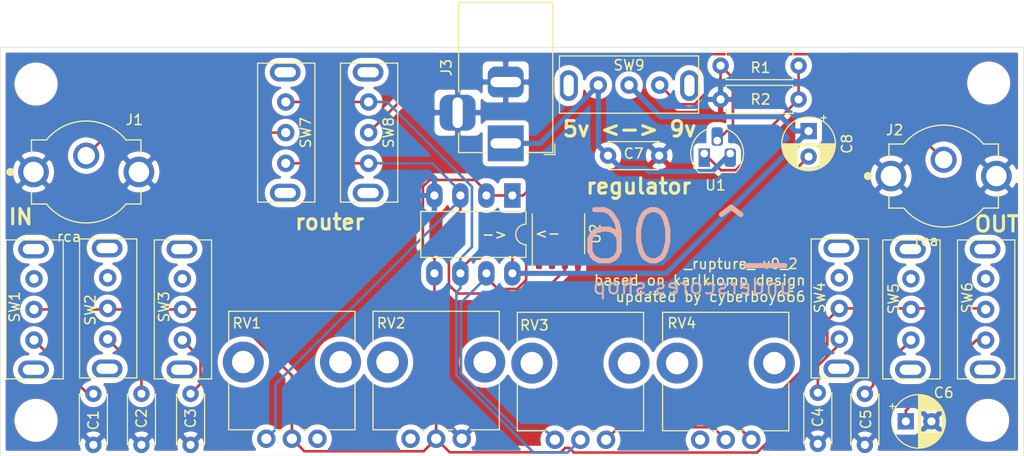
<source format=kicad_pcb>
(kicad_pcb (version 20171130) (host pcbnew "(5.1.4-0-10_14)")
  (layers (0 F.Cu signal) (31 B.Cu signal) (34 B.Paste user) (35 F.Paste user) (36 B.SilkS user) (37 F.SilkS user) (38 B.Mask user) (39 F.Mask user) (44 Edge.Cuts user))
  (net 0 "")
  (net 1 "Net-(C4-Pad2)")
  (net 2 "Net-(C8-Pad2)")
  (net 3 "Net-(J1-Pad1)")
  (net 4 "Net-(RV1-Pad1)")
  (net 5 video_out)
  (net 6 "Net-(RV3-Pad3)")
  (net 7 video_in)
  (net 8 "Net-(SW1-Pad1)")
  (net 9 "Net-(SW2-Pad1)")
  (net 10 "Net-(SW3-Pad1)")
  (net 11 "Net-(SW4-Pad1)")
  (net 12 "Net-(SW5-Pad1)")
  (net 13 "Net-(SW6-Pad1)")
  (net 14 "Net-(C2-Pad1)")
  (net 15 "Net-(C3-Pad1)")
  (net 16 "Net-(C5-Pad1)")
  (net 17 GND)
  (net 18 cap)
  (net 19 "Net-(RV2-Pad3)")
  (net 20 "Net-(C1-Pad1)")
  (net 21 +VDC)
  (net 22 "Net-(R1-Pad2)")
  (net 23 "Net-(R1-Pad1)")
  (net 24 "Net-(RV3-Pad1)")
  (net 25 "Net-(RV4-Pad3)")
  (net 26 "Net-(J2-Pad1)")
  (net 27 "Net-(C6-Pad1)")
  (net 28 "Net-(C7-Pad1)")
  (module lib_fp:spdt_slide_switch_small_tayda (layer F.Cu) (at 128 58.3 270)
    (fp_text reference SW7 (at 0.05 -1.85 90) (layer F.SilkS))
    (fp_text value SPDT)
    (pad "" thru_hole oval (at -5.85 0.15 270) (size 1.8 3) (drill oval 1 2.1) (layers *.Cu *.Mask))
    (pad "" thru_hole oval (at 5.95 0.15 270) (size 1.8 3) (drill oval 1 2.1) (layers *.Cu *.Mask))
    (pad 3 thru_hole circle (at 3.05 0.1 270) (size 1.7 1.7) (drill 0.9) (layers *.Cu *.Mask) (net 7 video_in))
    (pad 2 thru_hole circle (at 0.05 0.1 270) (size 1.7 1.7) (drill 0.9) (layers *.Cu *.Mask) (net 3 "Net-(J1-Pad1)"))
    (pad 1 thru_hole circle (at -2.95 0.1 270) (size 1.7 1.7) (drill 0.9) (layers *.Cu *.Mask) (net 5 video_out))
  )
  (module MountingHole:MountingHole_3.2mm_M3 (layer F.Cu) (at 196.6 53.5)
    (fp_text reference REF** hide)
    (fp_text value MountingHole_3.2mm_M3)
    (pad 1 np_thru_hole circle (at 0 0) (size 3.2 3.2) (drill 3.2) (layers *.Cu *.Mask))
  )
  (module MountingHole:MountingHole_3.2mm_M3 (layer F.Cu) (at 196.5 86.5)
    (fp_text reference REF** hide)
    (fp_text value MountingHole_3.2mm_M3)
    (pad 1 np_thru_hole circle (at 0 0) (size 3.2 3.2) (drill 3.2) (layers *.Cu *.Mask))
  )
  (module MountingHole:MountingHole_3.2mm_M3 (layer F.Cu) (at 103.5 86.5)
    (fp_text reference REF** hide)
    (fp_text value MountingHole_3.2mm_M3)
    (pad 1 np_thru_hole circle (at 0 0) (size 3.2 3.2) (drill 3.2) (layers *.Cu *.Mask))
  )
  (module MountingHole:MountingHole_3.2mm_M3 (layer F.Cu) (at 103.5 53.6)
    (fp_text reference REF** hide)
    (fp_text value MountingHole_3.2mm_M3)
    (pad 1 np_thru_hole circle (at 0 0) (size 3.2 3.2) (drill 3.2) (layers *.Cu *.Mask))
  )
  (module Resistor_THT:R_Axial_DIN0207_L6.3mm_D2.5mm_P7.62mm_Horizontal (layer F.Cu) (at 178.02 55.1 180)
    (fp_text reference R2 (at 3.72 0) (layer F.SilkS))
    (fp_text value 1k)
    (pad 2 thru_hole oval (at 7.62 0 180) (size 1.6 1.6) (drill 0.8) (layers *.Cu *.Mask) (net 17 GND))
    (pad 1 thru_hole circle (at 0 0 180) (size 1.6 1.6) (drill 0.8) (layers *.Cu *.Mask) (net 22 "Net-(R1-Pad2)"))
  )
  (module lib_fp:spdt_slide_switch_small_tayda (layer F.Cu) (at 182.1 75.5 270)
    (fp_text reference SW4 (at -1 2 90) (layer F.SilkS))
    (fp_text value SPDT)
    (pad "" thru_hole oval (at -5.85 0.15 270) (size 1.8 3) (drill oval 1 2.1) (layers *.Cu *.Mask))
    (pad "" thru_hole oval (at 5.95 0.15 270) (size 1.8 3) (drill oval 1 2.1) (layers *.Cu *.Mask))
    (pad 3 thru_hole circle (at 3.05 0.1 270) (size 1.7 1.7) (drill 0.9) (layers *.Cu *.Mask) (net 1 "Net-(C4-Pad2)"))
    (pad 2 thru_hole circle (at 0.05 0.1 270) (size 1.7 1.7) (drill 0.9) (layers *.Cu *.Mask) (net 18 cap))
    (pad 1 thru_hole circle (at -2.95 0.1 270) (size 1.7 1.7) (drill 0.9) (layers *.Cu *.Mask) (net 11 "Net-(SW4-Pad1)"))
  )
  (module lib_fp:spdt_slide_switch_small_tayda (layer F.Cu) (at 117.9 75.6 270)
    (fp_text reference SW3 (at -0.2 1.9 90) (layer F.SilkS))
    (fp_text value SPDT)
    (pad "" thru_hole oval (at -5.85 0.15 270) (size 1.8 3) (drill oval 1 2.1) (layers *.Cu *.Mask))
    (pad "" thru_hole oval (at 5.95 0.15 270) (size 1.8 3) (drill oval 1 2.1) (layers *.Cu *.Mask))
    (pad 3 thru_hole circle (at 3.05 0.1 270) (size 1.7 1.7) (drill 0.9) (layers *.Cu *.Mask) (net 15 "Net-(C3-Pad1)"))
    (pad 2 thru_hole circle (at 0.05 0.1 270) (size 1.7 1.7) (drill 0.9) (layers *.Cu *.Mask) (net 18 cap))
    (pad 1 thru_hole circle (at -2.95 0.1 270) (size 1.7 1.7) (drill 0.9) (layers *.Cu *.Mask) (net 10 "Net-(SW3-Pad1)"))
  )
  (module lib_fp:spdt_slide_switch_small_tayda (layer F.Cu) (at 110.6 75.5 270)
    (fp_text reference SW2 (at 0.2 1.8 90) (layer F.SilkS))
    (fp_text value SPDT)
    (pad "" thru_hole oval (at -5.85 0.15 270) (size 1.8 3) (drill oval 1 2.1) (layers *.Cu *.Mask))
    (pad "" thru_hole oval (at 5.95 0.15 270) (size 1.8 3) (drill oval 1 2.1) (layers *.Cu *.Mask))
    (pad 3 thru_hole circle (at 3.05 0.1 270) (size 1.7 1.7) (drill 0.9) (layers *.Cu *.Mask) (net 14 "Net-(C2-Pad1)"))
    (pad 2 thru_hole circle (at 0.05 0.1 270) (size 1.7 1.7) (drill 0.9) (layers *.Cu *.Mask) (net 18 cap))
    (pad 1 thru_hole circle (at -2.95 0.1 270) (size 1.7 1.7) (drill 0.9) (layers *.Cu *.Mask) (net 9 "Net-(SW2-Pad1)"))
  )
  (module lib_fp:spdt_slide_switch_small_tayda (layer F.Cu) (at 103.4 75.6 270)
    (fp_text reference SW1 (at -0.2 2 90) (layer F.SilkS))
    (fp_text value SPDT)
    (pad "" thru_hole oval (at -5.85 0.15 270) (size 1.8 3) (drill oval 1 2.1) (layers *.Cu *.Mask))
    (pad "" thru_hole oval (at 5.95 0.15 270) (size 1.8 3) (drill oval 1 2.1) (layers *.Cu *.Mask))
    (pad 3 thru_hole circle (at 3.05 0.1 270) (size 1.7 1.7) (drill 0.9) (layers *.Cu *.Mask) (net 20 "Net-(C1-Pad1)"))
    (pad 2 thru_hole circle (at 0.05 0.1 270) (size 1.7 1.7) (drill 0.9) (layers *.Cu *.Mask) (net 18 cap))
    (pad 1 thru_hole circle (at -2.95 0.1 270) (size 1.7 1.7) (drill 0.9) (layers *.Cu *.Mask) (net 8 "Net-(SW1-Pad1)"))
  )
  (module lib_fp:spdt_slide_switch_small_tayda (layer F.Cu) (at 161.4 53.6)
    (fp_text reference SW9 (at 0.05 -1.85) (layer F.SilkS))
    (fp_text value SPDT)
    (pad "" thru_hole oval (at -5.85 0.15) (size 1.8 3) (drill oval 1 2.1) (layers *.Cu *.Mask))
    (pad "" thru_hole oval (at 5.95 0.15) (size 1.8 3) (drill oval 1 2.1) (layers *.Cu *.Mask))
    (pad 3 thru_hole circle (at 3.05 0.1) (size 1.7 1.7) (drill 0.9) (layers *.Cu *.Mask) (net 23 "Net-(R1-Pad1)"))
    (pad 2 thru_hole circle (at 0.05 0.1) (size 1.7 1.7) (drill 0.9) (layers *.Cu *.Mask) (net 21 +VDC))
    (pad 1 thru_hole circle (at -2.95 0.1) (size 1.7 1.7) (drill 0.9) (layers *.Cu *.Mask) (net 28 "Net-(C7-Pad1)"))
  )
  (module Package_TO_SOT_THT:TO-92L_HandSolder (layer F.Cu) (at 168.8 60.4)
    (fp_text reference U1 (at 1.1 3.1) (layer F.SilkS))
    (fp_text value LM317_3PinPackage)
    (pad 1 thru_hole rect (at 0 0) (size 1.1 1.8) (drill 0.75 (offset 0 0.4)) (layers *.Cu *.Mask) (net 22 "Net-(R1-Pad2)"))
    (pad 3 thru_hole roundrect (at 2.54 0) (size 1.1 1.8) (drill 0.75 (offset 0 0.4)) (layers *.Cu *.Mask) (net 28 "Net-(C7-Pad1)"))
    (pad 2 thru_hole roundrect (at 1.27 -1.27) (size 1.1 1.8) (drill 0.75 (offset 0 -0.4)) (layers *.Cu *.Mask) (net 23 "Net-(R1-Pad1)"))
  )
  (module lib_fp:pot_vertical_9mm (layer F.Cu) (at 159.2 88.4 90)
    (fp_text reference RV3 (at 11.2 -7 180) (layer F.SilkS))
    (fp_text value 1k_pot)
    (pad "" np_thru_hole circle (at 7.5 2.25 90) (size 4 4) (drill 2.2) (layers *.Cu *.Mask))
    (pad "" np_thru_hole circle (at 7.5 -7.25 90) (size 4 4) (drill 2.2) (layers *.Cu *.Mask))
    (pad 1 thru_hole circle (at 0 0 90) (size 1.8 1.8) (drill 1) (layers *.Cu *.Mask) (net 24 "Net-(RV3-Pad1)"))
    (pad 2 thru_hole circle (at 0 -2.5 90) (size 1.8 1.8) (drill 1) (layers *.Cu *.Mask) (net 5 video_out))
    (pad 3 thru_hole circle (at 0 -5 90) (size 1.8 1.8) (drill 1) (layers *.Cu *.Mask) (net 6 "Net-(RV3-Pad3)"))
  )
  (module lib_fp:pot_vertical_9mm (layer F.Cu) (at 173.4 88.4 90)
    (fp_text reference RV4 (at 11.4 -6.8 180) (layer F.SilkS))
    (fp_text value 1k_pot)
    (pad "" np_thru_hole circle (at 7.5 2.25 90) (size 4 4) (drill 2.2) (layers *.Cu *.Mask))
    (pad "" np_thru_hole circle (at 7.5 -7.25 90) (size 4 4) (drill 2.2) (layers *.Cu *.Mask))
    (pad 1 thru_hole circle (at 0 0 90) (size 1.8 1.8) (drill 1) (layers *.Cu *.Mask) (net 2 "Net-(C8-Pad2)"))
    (pad 2 thru_hole circle (at 0 -2.5 90) (size 1.8 1.8) (drill 1) (layers *.Cu *.Mask) (net 24 "Net-(RV3-Pad1)"))
    (pad 3 thru_hole circle (at 0 -5 90) (size 1.8 1.8) (drill 1) (layers *.Cu *.Mask) (net 25 "Net-(RV4-Pad3)"))
  )
  (module lib_fp:pot_vertical_9mm (layer F.Cu) (at 131 88.3 90)
    (fp_text reference RV1 (at 11.3 -6.9 180) (layer F.SilkS))
    (fp_text value 1k_pot)
    (pad "" np_thru_hole circle (at 7.5 2.25 90) (size 4 4) (drill 2.2) (layers *.Cu *.Mask))
    (pad "" np_thru_hole circle (at 7.5 -7.25 90) (size 4 4) (drill 2.2) (layers *.Cu *.Mask))
    (pad 1 thru_hole circle (at 0 0 90) (size 1.8 1.8) (drill 1) (layers *.Cu *.Mask) (net 4 "Net-(RV1-Pad1)"))
    (pad 2 thru_hole circle (at 0 -2.5 90) (size 1.8 1.8) (drill 1) (layers *.Cu *.Mask) (net 18 cap))
    (pad 3 thru_hole circle (at 0 -5 90) (size 1.8 1.8) (drill 1) (layers *.Cu *.Mask) (net 7 video_in))
  )
  (module lib_fp:pot_vertical_9mm (layer F.Cu) (at 145.1 88.3 90)
    (fp_text reference RV2 (at 11.3 -6.9 180) (layer F.SilkS))
    (fp_text value 1k_pot)
    (pad "" np_thru_hole circle (at 7.5 2.25 90) (size 4 4) (drill 2.2) (layers *.Cu *.Mask))
    (pad "" np_thru_hole circle (at 7.5 -7.25 90) (size 4 4) (drill 2.2) (layers *.Cu *.Mask))
    (pad 1 thru_hole circle (at 0 0 90) (size 1.8 1.8) (drill 1) (layers *.Cu *.Mask) (net 17 GND))
    (pad 2 thru_hole circle (at 0 -2.5 90) (size 1.8 1.8) (drill 1) (layers *.Cu *.Mask) (net 18 cap))
    (pad 3 thru_hole circle (at 0 -5 90) (size 1.8 1.8) (drill 1) (layers *.Cu *.Mask) (net 19 "Net-(RV2-Pad3)"))
  )
  (module Capacitor_THT:CP_Radial_D5.0mm_P2.50mm (layer F.Cu) (at 179 58.2 270)
    (fp_text reference C8 (at 1.25 -3.75 90) (layer F.SilkS))
    (fp_text value 2.2uf)
    (pad 2 thru_hole circle (at 2.5 0 270) (size 1.6 1.6) (drill 0.8) (layers *.Cu *.Mask) (net 2 "Net-(C8-Pad2)"))
    (pad 1 thru_hole rect (at 0 0 270) (size 1.6 1.6) (drill 0.8) (layers *.Cu *.Mask) (net 21 +VDC))
  )
  (module Capacitor_THT:C_Disc_D4.7mm_W2.5mm_P5.00mm (layer F.Cu) (at 179.9 88.8 90)
    (fp_text reference C4 (at 2.6 0 90) (layer F.SilkS))
    (fp_text value 0.68u)
    (pad 2 thru_hole circle (at 5 0 90) (size 1.6 1.6) (drill 0.8) (layers *.Cu *.Mask) (net 1 "Net-(C4-Pad2)"))
    (pad 1 thru_hole circle (at 0 0 90) (size 1.6 1.6) (drill 0.8) (layers *.Cu *.Mask) (net 17 GND))
  )
  (module Capacitor_THT:C_Disc_D4.7mm_W2.5mm_P5.00mm (layer F.Cu) (at 118.6 83.9 270)
    (fp_text reference C3 (at 2.4 0 90) (layer F.SilkS))
    (fp_text value 0.1uf)
    (pad 1 thru_hole circle (at 0 0 270) (size 1.6 1.6) (drill 0.8) (layers *.Cu *.Mask) (net 15 "Net-(C3-Pad1)"))
    (pad 2 thru_hole circle (at 5 0 270) (size 1.6 1.6) (drill 0.8) (layers *.Cu *.Mask) (net 17 GND))
  )
  (module lib_fp:tht_rca_vertical (layer F.Cu) (at 192.2 62.6)
    (fp_text reference J2 (at -4.8 -4.5) (layer F.SilkS) (effects (font (size 1.00143 1.00143))))
    (fp_text value rca (at -1.67672 6.32154) (layer F.SilkS) (effects (font (size 1.00104 1.00104))))
    (pad 2 thru_hole circle (at -5.15 0) (size 3 3) (drill 2) (layers *.Cu *.Mask) (net 17 GND))
    (pad 2 thru_hole circle (at 5.15 0) (size 3 3) (drill 2) (layers *.Cu *.Mask) (net 17 GND))
    (pad 1 thru_hole circle (at 0 -1.6) (size 2.55 2.55) (drill 1.7) (layers *.Cu *.Mask) (net 26 "Net-(J2-Pad1)"))
  )
  (module Connector_BarrelJack:BarrelJack_Horizontal (layer F.Cu) (at 149.4 59.4 270)
    (fp_text reference J3 (at -7.4 5.8 90) (layer F.SilkS))
    (fp_text value Barrel_Jack_Switch)
    (pad 1 thru_hole rect (at 0 0 270) (size 3.5 3.5) (drill oval 1 3) (layers *.Cu *.Mask) (net 28 "Net-(C7-Pad1)"))
    (pad 2 thru_hole roundrect (at -6 0 270) (size 3 3.5) (drill oval 1 3) (layers *.Cu *.Mask) (net 17 GND))
    (pad 3 thru_hole roundrect (at -3 4.7 270) (size 3.5 3.5) (drill oval 3 1) (layers *.Cu *.Mask) (net 17 GND))
  )
  (module lib_fp:tht_rca_vertical (layer F.Cu) (at 108.4 62.2)
    (fp_text reference J1 (at 4.7 -5.1) (layer F.SilkS) (effects (font (size 1.00143 1.00143))))
    (fp_text value rca (at -1.67672 6.32154) (layer F.SilkS) (effects (font (size 1.00104 1.00104))))
    (pad 1 thru_hole circle (at 0 -1.6) (size 2.55 2.55) (drill 1.7) (layers *.Cu *.Mask) (net 3 "Net-(J1-Pad1)"))
    (pad 2 thru_hole circle (at 5.15 0) (size 3 3) (drill 2) (layers *.Cu *.Mask) (net 17 GND))
    (pad 2 thru_hole circle (at -5.15 0) (size 3 3) (drill 2) (layers *.Cu *.Mask) (net 17 GND))
  )
  (module Capacitor_THT:C_Disc_D4.7mm_W2.5mm_P5.00mm (layer F.Cu) (at 159.4 60.6)
    (fp_text reference C7 (at 2.5 -0.2) (layer F.SilkS))
    (fp_text value 0.47u)
    (pad 1 thru_hole circle (at 0 0) (size 1.6 1.6) (drill 0.8) (layers *.Cu *.Mask) (net 28 "Net-(C7-Pad1)"))
    (pad 2 thru_hole circle (at 5 0) (size 1.6 1.6) (drill 0.8) (layers *.Cu *.Mask) (net 17 GND))
  )
  (module Resistor_THT:R_Axial_DIN0207_L6.3mm_D2.5mm_P7.62mm_Horizontal (layer F.Cu) (at 170.4 51.8)
    (fp_text reference R1 (at 3.9 0.2) (layer F.SilkS))
    (fp_text value 220)
    (pad 1 thru_hole circle (at 0 0) (size 1.6 1.6) (drill 0.8) (layers *.Cu *.Mask) (net 23 "Net-(R1-Pad1)"))
    (pad 2 thru_hole oval (at 7.62 0) (size 1.6 1.6) (drill 0.8) (layers *.Cu *.Mask) (net 22 "Net-(R1-Pad2)"))
  )
  (module Capacitor_THT:C_Disc_D4.7mm_W2.5mm_P5.00mm (layer F.Cu) (at 109.1 83.9 270)
    (fp_text reference C1 (at 2.6 0 90) (layer F.SilkS))
    (fp_text value 0.01uf)
    (pad 1 thru_hole circle (at 0 0 270) (size 1.6 1.6) (drill 0.8) (layers *.Cu *.Mask) (net 20 "Net-(C1-Pad1)"))
    (pad 2 thru_hole circle (at 5 0 270) (size 1.6 1.6) (drill 0.8) (layers *.Cu *.Mask) (net 17 GND))
  )
  (module Capacitor_THT:C_Disc_D4.7mm_W2.5mm_P5.00mm (layer F.Cu) (at 113.8 83.9 270)
    (fp_text reference C2 (at 2.4 0 90) (layer F.SilkS))
    (fp_text value 0.047uf)
    (pad 2 thru_hole circle (at 5 0 270) (size 1.6 1.6) (drill 0.8) (layers *.Cu *.Mask) (net 17 GND))
    (pad 1 thru_hole circle (at 0 0 270) (size 1.6 1.6) (drill 0.8) (layers *.Cu *.Mask) (net 14 "Net-(C2-Pad1)"))
  )
  (module lib_fp:spdt_slide_switch_small_tayda (layer F.Cu) (at 136.1 58.3 270)
    (fp_text reference SW8 (at 0.05 -1.85 90) (layer F.SilkS))
    (fp_text value SPDT)
    (pad 1 thru_hole circle (at -2.95 0.1 270) (size 1.7 1.7) (drill 0.9) (layers *.Cu *.Mask) (net 5 video_out))
    (pad 2 thru_hole circle (at 0.05 0.1 270) (size 1.7 1.7) (drill 0.9) (layers *.Cu *.Mask) (net 26 "Net-(J2-Pad1)"))
    (pad 3 thru_hole circle (at 3.05 0.1 270) (size 1.7 1.7) (drill 0.9) (layers *.Cu *.Mask) (net 7 video_in))
    (pad "" thru_hole oval (at 5.95 0.15 270) (size 1.8 3) (drill oval 1 2.1) (layers *.Cu *.Mask))
    (pad "" thru_hole oval (at -5.85 0.15 270) (size 1.8 3) (drill oval 1 2.1) (layers *.Cu *.Mask))
  )
  (module Capacitor_THT:C_Disc_D4.7mm_W2.5mm_P5.00mm (layer F.Cu) (at 184.5 83.9 270)
    (fp_text reference C5 (at 2.5 -0.1 90) (layer F.SilkS))
    (fp_text value 1uf)
    (pad 1 thru_hole circle (at 0 0 270) (size 1.6 1.6) (drill 0.8) (layers *.Cu *.Mask) (net 16 "Net-(C5-Pad1)"))
    (pad 2 thru_hole circle (at 5 0 270) (size 1.6 1.6) (drill 0.8) (layers *.Cu *.Mask) (net 17 GND))
  )
  (module Capacitor_THT:CP_Radial_D5.0mm_P2.50mm (layer F.Cu) (at 188.5 86.6)
    (fp_text reference C6 (at 3.7 -2.8) (layer F.SilkS))
    (fp_text value 100uf)
    (pad 1 thru_hole rect (at 0 0) (size 1.6 1.6) (drill 0.8) (layers *.Cu *.Mask) (net 27 "Net-(C6-Pad1)"))
    (pad 2 thru_hole circle (at 2.5 0) (size 1.6 1.6) (drill 0.8) (layers *.Cu *.Mask) (net 17 GND))
  )
  (module lib_fp:spdt_slide_switch_small_tayda (layer F.Cu) (at 189.1 75.6 270)
    (fp_text reference SW5 (at -1 1.8 90) (layer F.SilkS))
    (fp_text value SPDT)
    (pad 1 thru_hole circle (at -2.95 0.1 270) (size 1.7 1.7) (drill 0.9) (layers *.Cu *.Mask) (net 12 "Net-(SW5-Pad1)"))
    (pad 2 thru_hole circle (at 0.05 0.1 270) (size 1.7 1.7) (drill 0.9) (layers *.Cu *.Mask) (net 18 cap))
    (pad 3 thru_hole circle (at 3.05 0.1 270) (size 1.7 1.7) (drill 0.9) (layers *.Cu *.Mask) (net 16 "Net-(C5-Pad1)"))
    (pad "" thru_hole oval (at 5.95 0.15 270) (size 1.8 3) (drill oval 1 2.1) (layers *.Cu *.Mask))
    (pad "" thru_hole oval (at -5.85 0.15 270) (size 1.8 3) (drill oval 1 2.1) (layers *.Cu *.Mask))
  )
  (module lib_fp:spdt_slide_switch_small_tayda (layer F.Cu) (at 196.4 75.6 270)
    (fp_text reference SW6 (at -1.1 1.9 90) (layer F.SilkS))
    (fp_text value SPDT)
    (pad "" thru_hole oval (at -5.85 0.15 270) (size 1.8 3) (drill oval 1 2.1) (layers *.Cu *.Mask))
    (pad "" thru_hole oval (at 5.95 0.15 270) (size 1.8 3) (drill oval 1 2.1) (layers *.Cu *.Mask))
    (pad 3 thru_hole circle (at 3.05 0.1 270) (size 1.7 1.7) (drill 0.9) (layers *.Cu *.Mask) (net 27 "Net-(C6-Pad1)"))
    (pad 2 thru_hole circle (at 0.05 0.1 270) (size 1.7 1.7) (drill 0.9) (layers *.Cu *.Mask) (net 18 cap))
    (pad 1 thru_hole circle (at -2.95 0.1 270) (size 1.7 1.7) (drill 0.9) (layers *.Cu *.Mask) (net 13 "Net-(SW6-Pad1)"))
  )
  (module lib_fp:DIP-SOIC-8 (layer F.Cu) (at 156.2 68.2 270)
    (fp_text reference U2 (at 0.05 -1.95 90) (layer F.SilkS))
    (fp_text value AD8072)
    (pad 1 thru_hole rect (at -3.7 6.15 270) (size 2.4 1.6) (drill 0.8) (layers *.Cu *.Mask) (net 18 cap))
    (pad 5 thru_hole oval (at 3.92 13.77 270) (size 2.4 1.6) (drill 0.8) (layers *.Cu *.Mask) (net 18 cap))
    (pad 2 thru_hole oval (at -3.7 8.69 270) (size 2.4 1.6) (drill 0.8) (layers *.Cu *.Mask) (net 18 cap))
    (pad 6 thru_hole oval (at 3.92 11.23 270) (size 2.4 1.6) (drill 0.8) (layers *.Cu *.Mask) (net 5 video_out))
    (pad 3 thru_hole oval (at -3.7 11.23 270) (size 2.4 1.6) (drill 0.8) (layers *.Cu *.Mask) (net 7 video_in))
    (pad 7 thru_hole oval (at 3.92 8.69 270) (size 2.4 1.6) (drill 0.8) (layers *.Cu *.Mask) (net 6 "Net-(RV3-Pad3)"))
    (pad 4 thru_hole oval (at -3.7 13.77 270) (size 2.4 1.6) (drill 0.8) (layers *.Cu *.Mask) (net 17 GND))
    (pad 8 thru_hole oval (at 3.92 6.15 270) (size 2.4 1.6) (drill 0.8) (layers *.Cu *.Mask) (net 21 +VDC))
    (pad 1 smd roundrect (at 2.525 3.555 90) (size 1.95 0.6) (layers F.Cu F.Paste F.Mask) (net 18 cap))
    (pad 2 smd roundrect (at 2.525 2.285 90) (size 1.95 0.6) (layers F.Cu F.Paste F.Mask) (net 18 cap))
    (pad 3 smd roundrect (at 2.525 1.015 90) (size 1.95 0.6) (layers F.Cu F.Paste F.Mask) (net 7 video_in))
    (pad 4 smd roundrect (at 2.525 -0.255 90) (size 1.95 0.6) (layers F.Cu F.Paste F.Mask) (net 17 GND))
    (pad 5 smd roundrect (at -2.425 -0.255 90) (size 1.95 0.6) (layers F.Cu F.Paste F.Mask) (net 18 cap))
    (pad 6 smd roundrect (at -2.425 1.015 90) (size 1.95 0.6) (layers F.Cu F.Paste F.Mask) (net 5 video_out))
    (pad 7 smd roundrect (at -2.425 2.285 90) (size 1.95 0.6) (layers F.Cu F.Paste F.Mask) (net 6 "Net-(RV3-Pad3)"))
    (pad 8 smd roundrect (at -2.425 3.555 90) (size 1.95 0.6) (layers F.Cu F.Paste F.Mask) (net 21 +VDC))
  )
  (gr_text <- (at 153.5 68.2) (layer F.SilkS) (effects (font (size 1 1))))
  (gr_text -> (at 148.3 68.3) (layer F.SilkS) (effects (font (size 1 1))))
  (gr_text router (at 132.2 67.1) (layer F.SilkS) (effects (font (size 1.5 1.5) (thickness 0.3))))
  (gr_text regulator (at 162.4 63.6) (layer F.SilkS) (effects (font (size 1.5 1.5) (thickness 0.3))))
  (gr_text OUT (at 197.4 67.3) (layer F.SilkS) (effects (font (size 1.5 1.5) (thickness 0.3))))
  (gr_text IN (at 102 66.6) (layer F.SilkS) (effects (font (size 1.5 1.5) (thickness 0.3))))
  (gr_text "_^ 06" (at 177 68.6) (layer B.SilkS) (effects (font (size 5 5) (thickness 0.5)) (justify left mirror)))
  (gr_text underscores.shop (at 177.6 73.4) (layer B.SilkS) (effects (font (size 1.5 1.5) (thickness 0.2)) (justify left mirror)))
  (gr_text "5v <-> 9v" (at 161.5 58) (layer F.SilkS) (effects (font (size 1.5 1.5) (thickness 0.3))))
  (gr_text "_rupture_ v0_2 \nbased on karlklomp design\nupdated by cyberboy666" (at 178.8 72.8) (layer F.SilkS) (effects (font (size 1 1)) (justify right)))
  (gr_line (start 100 90) (end 100 50) (layer Edge.Cuts) (width 0.05))
  (gr_line (start 200 90) (end 100 90) (layer Edge.Cuts) (width 0.05))
  (gr_line (start 200 50) (end 200 90) (layer Edge.Cuts) (width 0.05))
  (gr_line (start 100 50) (end 200 50) (layer Edge.Cuts) (width 0.05))
  (segment (start 182 79.067575) (end 182 78.55) (width 0.25) (layer F.Cu) (net 1))
  (segment (start 179.9 81.167575) (end 182 79.067575) (width 0.25) (layer F.Cu) (net 1))
  (segment (start 179.9 83.8) (end 179.9 81.167575) (width 0.25) (layer F.Cu) (net 1))
  (segment (start 178.200001 61.499999) (end 179 60.7) (width 0.25) (layer F.Cu) (net 2))
  (segment (start 172.4 67.3) (end 178.200001 61.499999) (width 0.25) (layer F.Cu) (net 2))
  (segment (start 172.4 87.4) (end 172.4 67.3) (width 0.25) (layer F.Cu) (net 2))
  (segment (start 173.4 88.4) (end 172.4 87.4) (width 0.25) (layer F.Cu) (net 2))
  (segment (start 110.65 58.35) (end 127.9 58.35) (width 0.25) (layer F.Cu) (net 3))
  (segment (start 108.4 60.6) (end 110.65 58.35) (width 0.25) (layer F.Cu) (net 3))
  (segment (start 127.9 55.35) (end 136 55.35) (width 0.25) (layer F.Cu) (net 5))
  (segment (start 155.185 64.7) (end 155.185 65.775) (width 0.25) (layer F.Cu) (net 5))
  (segment (start 152.298242 64.47499) (end 154.95999 64.47499) (width 0.25) (layer F.Cu) (net 5))
  (segment (start 146.83 70.67) (end 152.01999 65.48001) (width 0.25) (layer F.Cu) (net 5))
  (segment (start 152.01999 64.753242) (end 152.298242 64.47499) (width 0.25) (layer F.Cu) (net 5))
  (segment (start 146.02 70.67) (end 146.83 70.67) (width 0.25) (layer F.Cu) (net 5))
  (segment (start 154.95999 64.47499) (end 155.185 64.7) (width 0.25) (layer F.Cu) (net 5))
  (segment (start 152.01999 65.48001) (end 152.01999 64.753242) (width 0.25) (layer F.Cu) (net 5))
  (segment (start 144.97 71.72) (end 146.02 70.67) (width 0.25) (layer F.Cu) (net 5))
  (segment (start 144.97 72.12) (end 144.97 71.72) (width 0.25) (layer F.Cu) (net 5))
  (segment (start 144.97 73.57) (end 144.97 72.12) (width 0.25) (layer B.Cu) (net 5))
  (segment (start 144.574989 73.965011) (end 144.97 73.57) (width 0.25) (layer B.Cu) (net 5))
  (segment (start 144.574989 82.102401) (end 144.574989 73.965011) (width 0.25) (layer B.Cu) (net 5))
  (segment (start 152.122578 89.64999) (end 144.574989 82.102401) (width 0.25) (layer B.Cu) (net 5))
  (segment (start 155.45001 89.64999) (end 152.122578 89.64999) (width 0.25) (layer B.Cu) (net 5))
  (segment (start 156.7 88.4) (end 155.45001 89.64999) (width 0.25) (layer B.Cu) (net 5))
  (segment (start 137.202081 55.35) (end 136 55.35) (width 0.25) (layer B.Cu) (net 5))
  (segment (start 146.09501 63.634006) (end 137.811004 55.35) (width 0.25) (layer B.Cu) (net 5))
  (segment (start 146.09501 69.54499) (end 146.09501 63.634006) (width 0.25) (layer B.Cu) (net 5))
  (segment (start 144.97 70.67) (end 146.09501 69.54499) (width 0.25) (layer B.Cu) (net 5))
  (segment (start 137.811004 55.35) (end 137.202081 55.35) (width 0.25) (layer B.Cu) (net 5))
  (segment (start 144.97 72.12) (end 144.97 70.67) (width 0.25) (layer B.Cu) (net 5))
  (segment (start 153.54429 66.14571) (end 153.54429 68.178942) (width 0.25) (layer F.Cu) (net 6))
  (segment (start 153.54429 68.178942) (end 151.4 70.323232) (width 0.25) (layer F.Cu) (net 6))
  (segment (start 153.915 65.775) (end 153.54429 66.14571) (width 0.25) (layer F.Cu) (net 6))
  (segment (start 151.4 70.323232) (end 151.4 72.761004) (width 0.25) (layer F.Cu) (net 6))
  (segment (start 148.63501 73.64501) (end 147.51 72.52) (width 0.25) (layer F.Cu) (net 6))
  (segment (start 147.51 72.52) (end 147.51 72.12) (width 0.25) (layer F.Cu) (net 6))
  (segment (start 150.515994 73.64501) (end 148.63501 73.64501) (width 0.25) (layer F.Cu) (net 6))
  (segment (start 151.4 72.761004) (end 150.515994 73.64501) (width 0.25) (layer F.Cu) (net 6))
  (segment (start 147.51 72.52) (end 147.51 72.12) (width 0.25) (layer B.Cu) (net 6))
  (segment (start 145.024999 81.916001) (end 145.024999 75.005001) (width 0.25) (layer B.Cu) (net 6))
  (segment (start 150.608999 87.500001) (end 145.024999 81.916001) (width 0.25) (layer B.Cu) (net 6))
  (segment (start 153.300001 87.500001) (end 150.608999 87.500001) (width 0.25) (layer B.Cu) (net 6))
  (segment (start 145.024999 75.005001) (end 147.51 72.52) (width 0.25) (layer B.Cu) (net 6))
  (segment (start 154.2 88.4) (end 153.300001 87.500001) (width 0.25) (layer B.Cu) (net 6))
  (segment (start 127.9 61.35) (end 136 61.35) (width 0.25) (layer F.Cu) (net 7))
  (segment (start 144.97 65.95) (end 144.97 64.5) (width 0.25) (layer F.Cu) (net 7))
  (segment (start 144.695019 74.095019) (end 143.84499 73.24499) (width 0.25) (layer F.Cu) (net 7))
  (segment (start 143.84499 73.24499) (end 143.84499 67.07501) (width 0.25) (layer F.Cu) (net 7))
  (segment (start 152.88998 74.095019) (end 144.695019 74.095019) (width 0.25) (layer F.Cu) (net 7))
  (segment (start 155.185 71.8) (end 152.88998 74.095019) (width 0.25) (layer F.Cu) (net 7))
  (segment (start 143.84499 67.07501) (end 144.97 65.95) (width 0.25) (layer F.Cu) (net 7))
  (segment (start 155.185 70.725) (end 155.185 71.8) (width 0.25) (layer F.Cu) (net 7))
  (segment (start 126.899999 82.970001) (end 144.97 64.9) (width 0.25) (layer B.Cu) (net 7))
  (segment (start 126.899999 87.400001) (end 126.899999 82.970001) (width 0.25) (layer B.Cu) (net 7))
  (segment (start 144.97 64.9) (end 144.97 64.5) (width 0.25) (layer B.Cu) (net 7))
  (segment (start 126 88.3) (end 126.899999 87.400001) (width 0.25) (layer B.Cu) (net 7))
  (segment (start 137.202081 61.35) (end 136 61.35) (width 0.25) (layer B.Cu) (net 7))
  (segment (start 142.22 61.35) (end 137.202081 61.35) (width 0.25) (layer B.Cu) (net 7))
  (segment (start 144.97 64.1) (end 142.22 61.35) (width 0.25) (layer B.Cu) (net 7))
  (segment (start 144.97 64.5) (end 144.97 64.1) (width 0.25) (layer B.Cu) (net 7))
  (segment (start 113.8 81.85) (end 113.8 83.9) (width 0.25) (layer F.Cu) (net 14))
  (segment (start 110.5 78.55) (end 113.8 81.85) (width 0.25) (layer F.Cu) (net 14))
  (segment (start 119.57501 82.92499) (end 119.399999 83.100001) (width 0.25) (layer F.Cu) (net 15))
  (segment (start 119.57501 80.42501) (end 119.57501 82.92499) (width 0.25) (layer F.Cu) (net 15))
  (segment (start 119.399999 83.100001) (end 118.6 83.9) (width 0.25) (layer F.Cu) (net 15))
  (segment (start 117.8 78.65) (end 119.57501 80.42501) (width 0.25) (layer F.Cu) (net 15))
  (segment (start 188.150001 79.499999) (end 189 78.65) (width 0.25) (layer F.Cu) (net 16))
  (segment (start 185.299999 82.350001) (end 188.150001 79.499999) (width 0.25) (layer F.Cu) (net 16))
  (segment (start 185.299999 83.100001) (end 185.299999 82.350001) (width 0.25) (layer F.Cu) (net 16))
  (segment (start 184.5 83.9) (end 185.299999 83.100001) (width 0.25) (layer F.Cu) (net 16))
  (segment (start 141.700001 89.199999) (end 142.6 88.3) (width 0.25) (layer F.Cu) (net 18))
  (segment (start 129.725001 89.525001) (end 141.374999 89.525001) (width 0.25) (layer F.Cu) (net 18))
  (segment (start 141.374999 89.525001) (end 141.700001 89.199999) (width 0.25) (layer F.Cu) (net 18))
  (segment (start 128.5 88.3) (end 129.725001 89.525001) (width 0.25) (layer F.Cu) (net 18))
  (segment (start 156.04999 89.64999) (end 173.963012 89.64999) (width 0.25) (layer F.Cu) (net 18))
  (segment (start 143.925001 89.625001) (end 154.788001 89.625001) (width 0.25) (layer F.Cu) (net 18))
  (segment (start 155.6 89.2) (end 156.04999 89.64999) (width 0.25) (layer F.Cu) (net 18))
  (segment (start 155.213002 89.2) (end 155.6 89.2) (width 0.25) (layer F.Cu) (net 18))
  (segment (start 154.788001 89.625001) (end 155.213002 89.2) (width 0.25) (layer F.Cu) (net 18))
  (segment (start 142.6 88.3) (end 143.925001 89.625001) (width 0.25) (layer F.Cu) (net 18))
  (segment (start 128.5 88.3) (end 128.5 82.108998) (width 0.25) (layer F.Cu) (net 18))
  (segment (start 122.041002 75.65) (end 117.8 75.65) (width 0.25) (layer F.Cu) (net 18))
  (segment (start 128.5 82.108998) (end 122.041002 75.65) (width 0.25) (layer F.Cu) (net 18))
  (segment (start 110.6 75.65) (end 110.5 75.55) (width 0.25) (layer F.Cu) (net 18))
  (segment (start 117.8 75.65) (end 110.6 75.65) (width 0.25) (layer F.Cu) (net 18))
  (segment (start 110.4 75.65) (end 110.5 75.55) (width 0.25) (layer F.Cu) (net 18))
  (segment (start 103.3 75.65) (end 110.4 75.65) (width 0.25) (layer F.Cu) (net 18))
  (segment (start 181.150001 76.399999) (end 182 75.55) (width 0.25) (layer F.Cu) (net 18))
  (segment (start 180.824999 76.725001) (end 181.150001 76.399999) (width 0.25) (layer F.Cu) (net 18))
  (segment (start 176.2 83.739) (end 180.824999 79.114001) (width 0.25) (layer F.Cu) (net 18))
  (segment (start 180.824999 79.114001) (end 180.824999 76.725001) (width 0.25) (layer F.Cu) (net 18))
  (segment (start 176.2 87.413002) (end 176.2 83.739) (width 0.25) (layer F.Cu) (net 18))
  (segment (start 173.963012 89.64999) (end 176.2 87.413002) (width 0.25) (layer F.Cu) (net 18))
  (segment (start 183.202081 75.55) (end 189.2 75.55) (width 0.25) (layer F.Cu) (net 18))
  (segment (start 182 75.55) (end 183.202081 75.55) (width 0.25) (layer F.Cu) (net 18))
  (segment (start 189.2 75.55) (end 196.5 75.55) (width 0.25) (layer F.Cu) (net 18))
  (segment (start 150.05 64.5) (end 147.51 64.5) (width 0.25) (layer F.Cu) (net 18))
  (segment (start 152.645 70.725) (end 153.915 70.725) (width 0.25) (layer F.Cu) (net 18))
  (segment (start 154.28571 69.01929) (end 156.455 66.85) (width 0.25) (layer F.Cu) (net 18))
  (segment (start 156.455 66.85) (end 156.455 65.775) (width 0.25) (layer F.Cu) (net 18))
  (segment (start 154.28571 70.35429) (end 154.28571 69.01929) (width 0.25) (layer F.Cu) (net 18))
  (segment (start 153.915 70.725) (end 154.28571 70.35429) (width 0.25) (layer F.Cu) (net 18))
  (segment (start 155.779981 64.024981) (end 156.455 64.7) (width 0.25) (layer F.Cu) (net 18))
  (segment (start 156.455 64.7) (end 156.455 65.775) (width 0.25) (layer F.Cu) (net 18))
  (segment (start 151.1 64.5) (end 151.575019 64.024981) (width 0.25) (layer F.Cu) (net 18))
  (segment (start 151.575019 64.024981) (end 155.779981 64.024981) (width 0.25) (layer F.Cu) (net 18))
  (segment (start 150.05 64.5) (end 151.1 64.5) (width 0.25) (layer F.Cu) (net 18))
  (segment (start 141.30499 69.54499) (end 142.43 70.67) (width 0.25) (layer F.Cu) (net 18))
  (segment (start 141.30499 63.634006) (end 141.30499 69.54499) (width 0.25) (layer F.Cu) (net 18))
  (segment (start 142.43 70.67) (end 142.43 72.12) (width 0.25) (layer F.Cu) (net 18))
  (segment (start 141.964006 62.97499) (end 141.30499 63.634006) (width 0.25) (layer F.Cu) (net 18))
  (segment (start 146.38499 62.97499) (end 141.964006 62.97499) (width 0.25) (layer F.Cu) (net 18))
  (segment (start 147.51 64.1) (end 146.38499 62.97499) (width 0.25) (layer F.Cu) (net 18))
  (segment (start 147.51 64.5) (end 147.51 64.1) (width 0.25) (layer F.Cu) (net 18))
  (segment (start 142.6 81.39) (end 142.43 81.22) (width 0.25) (layer F.Cu) (net 18))
  (segment (start 142.43 81.22) (end 142.43 72.12) (width 0.25) (layer F.Cu) (net 18))
  (segment (start 142.6 88.3) (end 142.6 81.39) (width 0.25) (layer F.Cu) (net 18))
  (segment (start 108.55 83.9) (end 109.1 83.9) (width 0.25) (layer F.Cu) (net 20))
  (segment (start 103.3 78.65) (end 108.55 83.9) (width 0.25) (layer F.Cu) (net 20))
  (segment (start 178.88 58.2) (end 179 58.2) (width 0.5) (layer B.Cu) (net 21))
  (segment (start 177.7 58.2) (end 179 58.2) (width 0.5) (layer B.Cu) (net 21))
  (segment (start 161.45 53.7) (end 164.55 56.8) (width 0.5) (layer B.Cu) (net 21))
  (segment (start 164.55 56.8) (end 176.3 56.8) (width 0.5) (layer B.Cu) (net 21))
  (segment (start 176.3 56.8) (end 177.7 58.2) (width 0.5) (layer B.Cu) (net 21))
  (segment (start 150.05 68.37) (end 150.05 72.12) (width 0.25) (layer F.Cu) (net 21))
  (segment (start 152.645 65.775) (end 150.05 68.37) (width 0.25) (layer F.Cu) (net 21))
  (segment (start 165.08 72.12) (end 150.05 72.12) (width 0.5) (layer B.Cu) (net 21))
  (segment (start 179 58.2) (end 165.08 72.12) (width 0.5) (layer B.Cu) (net 21))
  (segment (start 171.863534 62.02501) (end 170.42501 62.02501) (width 0.25) (layer F.Cu) (net 22))
  (segment (start 175.4 58.488544) (end 171.863534 62.02501) (width 0.25) (layer F.Cu) (net 22))
  (segment (start 170.42501 62.02501) (end 168.8 60.4) (width 0.25) (layer F.Cu) (net 22))
  (segment (start 175.4 57.72) (end 178.02 55.1) (width 0.25) (layer F.Cu) (net 22))
  (segment (start 175.4 58.488544) (end 175.4 57.72) (width 0.25) (layer F.Cu) (net 22))
  (segment (start 178.02 53.96863) (end 178.02 51.8) (width 0.25) (layer F.Cu) (net 22))
  (segment (start 178.02 55.1) (end 178.02 53.96863) (width 0.25) (layer F.Cu) (net 22))
  (segment (start 171.6 57.6) (end 170.07 59.13) (width 0.25) (layer F.Cu) (net 23))
  (segment (start 171.6 53) (end 171.6 57.6) (width 0.25) (layer F.Cu) (net 23))
  (segment (start 170.4 51.8) (end 171.6 53) (width 0.25) (layer F.Cu) (net 23))
  (segment (start 167.857415 55.57501) (end 170.4 53.032425) (width 0.25) (layer F.Cu) (net 23))
  (segment (start 166.32501 55.57501) (end 167.857415 55.57501) (width 0.25) (layer F.Cu) (net 23))
  (segment (start 170.4 52.789949) (end 170.4 51.8) (width 0.25) (layer F.Cu) (net 23))
  (segment (start 170.4 53.032425) (end 170.4 52.789949) (width 0.25) (layer F.Cu) (net 23))
  (segment (start 164.45 53.7) (end 166.32501 55.57501) (width 0.25) (layer F.Cu) (net 23))
  (segment (start 160.099999 87.500001) (end 159.2 88.4) (width 0.25) (layer F.Cu) (net 24))
  (segment (start 160.425001 87.174999) (end 160.099999 87.500001) (width 0.25) (layer F.Cu) (net 24))
  (segment (start 169.674999 87.174999) (end 160.425001 87.174999) (width 0.25) (layer F.Cu) (net 24))
  (segment (start 170.9 88.4) (end 169.674999 87.174999) (width 0.25) (layer F.Cu) (net 24))
  (segment (start 143.675001 50.674999) (end 136 58.35) (width 0.25) (layer F.Cu) (net 26))
  (segment (start 181.874999 50.674999) (end 143.675001 50.674999) (width 0.25) (layer F.Cu) (net 26))
  (segment (start 192.2 61) (end 181.874999 50.674999) (width 0.25) (layer F.Cu) (net 26))
  (segment (start 188.5 85.55) (end 195.4 78.65) (width 0.25) (layer F.Cu) (net 27))
  (segment (start 195.4 78.65) (end 196.3 78.65) (width 0.25) (layer F.Cu) (net 27))
  (segment (start 188.5 86.6) (end 188.5 85.55) (width 0.25) (layer F.Cu) (net 27))
  (segment (start 152.75 59.4) (end 158.45 53.7) (width 0.5) (layer B.Cu) (net 28))
  (segment (start 149.4 59.4) (end 152.75 59.4) (width 0.5) (layer B.Cu) (net 28))
  (segment (start 169.589999 62.150001) (end 163.350001 62.150001) (width 0.5) (layer B.Cu) (net 28))
  (segment (start 171.34 60.4) (end 169.589999 62.150001) (width 0.5) (layer B.Cu) (net 28))
  (segment (start 158.45 59.65) (end 159.4 60.6) (width 0.5) (layer B.Cu) (net 28))
  (segment (start 158.45 53.7) (end 158.45 59.65) (width 0.5) (layer B.Cu) (net 28))
  (segment (start 163.050001 61.850001) (end 163.350001 62.150001) (width 0.5) (layer B.Cu) (net 28))
  (segment (start 160.650001 61.850001) (end 163.050001 61.850001) (width 0.5) (layer B.Cu) (net 28))
  (segment (start 159.4 60.6) (end 160.650001 61.850001) (width 0.5) (layer B.Cu) (net 28))
  (zone (net 17) (net_name GND) (layer F.Cu) (connect_pads (clearance 0.508)) (min_thickness 0.254) (fill yes (arc_segments 32) (thermal_gap 0.508) (thermal_bridge_width 0.508))
    (polygon (pts (xy 100 50) (xy 200 50) (xy 200 90) (xy 100 90)))
  )
  (zone (net 17) (net_name GND) (layer B.Cu) (connect_pads (clearance 0.508)) (min_thickness 0.254) (fill yes (arc_segments 32) (thermal_gap 0.508) (thermal_bridge_width 0.508))
    (polygon (pts (xy 100 50) (xy 200 50) (xy 200 90) (xy 100 90)))
  )
)
</source>
